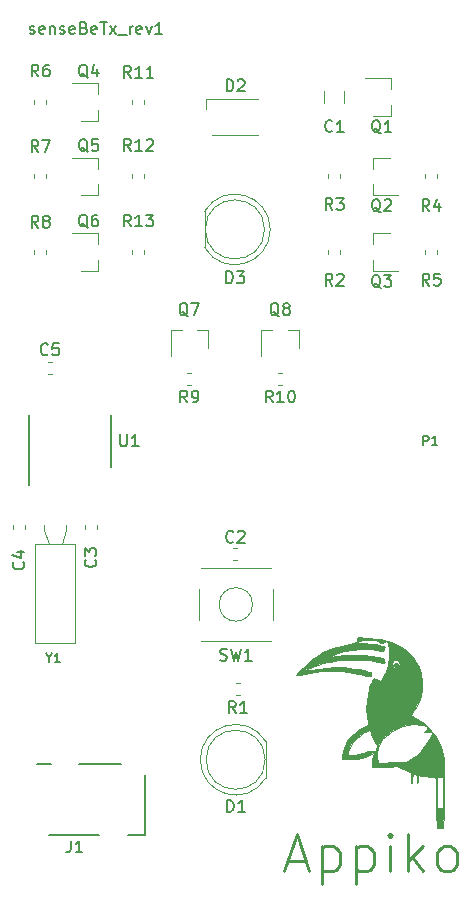
<source format=gto>
G04 #@! TF.GenerationSoftware,KiCad,Pcbnew,5.0.0-fee4fd1~66~ubuntu16.04.1*
G04 #@! TF.CreationDate,2018-10-04T18:13:22+05:30*
G04 #@! TF.ProjectId,senseBeTx_rev1,73656E7365426554785F726576312E6B,rev?*
G04 #@! TF.SameCoordinates,Original*
G04 #@! TF.FileFunction,Legend,Top*
G04 #@! TF.FilePolarity,Positive*
%FSLAX46Y46*%
G04 Gerber Fmt 4.6, Leading zero omitted, Abs format (unit mm)*
G04 Created by KiCad (PCBNEW 5.0.0-fee4fd1~66~ubuntu16.04.1) date Thu Oct  4 18:13:22 2018*
%MOMM*%
%LPD*%
G01*
G04 APERTURE LIST*
%ADD10C,0.150000*%
%ADD11C,0.120000*%
%ADD12C,0.010000*%
%ADD13C,0.127000*%
%ADD14C,0.250000*%
G04 APERTURE END LIST*
D10*
X15580952Y-122404761D02*
X15676190Y-122452380D01*
X15866666Y-122452380D01*
X15961904Y-122404761D01*
X16009523Y-122309523D01*
X16009523Y-122261904D01*
X15961904Y-122166666D01*
X15866666Y-122119047D01*
X15723809Y-122119047D01*
X15628571Y-122071428D01*
X15580952Y-121976190D01*
X15580952Y-121928571D01*
X15628571Y-121833333D01*
X15723809Y-121785714D01*
X15866666Y-121785714D01*
X15961904Y-121833333D01*
X16819047Y-122404761D02*
X16723809Y-122452380D01*
X16533333Y-122452380D01*
X16438095Y-122404761D01*
X16390476Y-122309523D01*
X16390476Y-121928571D01*
X16438095Y-121833333D01*
X16533333Y-121785714D01*
X16723809Y-121785714D01*
X16819047Y-121833333D01*
X16866666Y-121928571D01*
X16866666Y-122023809D01*
X16390476Y-122119047D01*
X17295238Y-121785714D02*
X17295238Y-122452380D01*
X17295238Y-121880952D02*
X17342857Y-121833333D01*
X17438095Y-121785714D01*
X17580952Y-121785714D01*
X17676190Y-121833333D01*
X17723809Y-121928571D01*
X17723809Y-122452380D01*
X18152380Y-122404761D02*
X18247619Y-122452380D01*
X18438095Y-122452380D01*
X18533333Y-122404761D01*
X18580952Y-122309523D01*
X18580952Y-122261904D01*
X18533333Y-122166666D01*
X18438095Y-122119047D01*
X18295238Y-122119047D01*
X18200000Y-122071428D01*
X18152380Y-121976190D01*
X18152380Y-121928571D01*
X18200000Y-121833333D01*
X18295238Y-121785714D01*
X18438095Y-121785714D01*
X18533333Y-121833333D01*
X19390476Y-122404761D02*
X19295238Y-122452380D01*
X19104761Y-122452380D01*
X19009523Y-122404761D01*
X18961904Y-122309523D01*
X18961904Y-121928571D01*
X19009523Y-121833333D01*
X19104761Y-121785714D01*
X19295238Y-121785714D01*
X19390476Y-121833333D01*
X19438095Y-121928571D01*
X19438095Y-122023809D01*
X18961904Y-122119047D01*
X20200000Y-121928571D02*
X20342857Y-121976190D01*
X20390476Y-122023809D01*
X20438095Y-122119047D01*
X20438095Y-122261904D01*
X20390476Y-122357142D01*
X20342857Y-122404761D01*
X20247619Y-122452380D01*
X19866666Y-122452380D01*
X19866666Y-121452380D01*
X20200000Y-121452380D01*
X20295238Y-121500000D01*
X20342857Y-121547619D01*
X20390476Y-121642857D01*
X20390476Y-121738095D01*
X20342857Y-121833333D01*
X20295238Y-121880952D01*
X20200000Y-121928571D01*
X19866666Y-121928571D01*
X21247619Y-122404761D02*
X21152380Y-122452380D01*
X20961904Y-122452380D01*
X20866666Y-122404761D01*
X20819047Y-122309523D01*
X20819047Y-121928571D01*
X20866666Y-121833333D01*
X20961904Y-121785714D01*
X21152380Y-121785714D01*
X21247619Y-121833333D01*
X21295238Y-121928571D01*
X21295238Y-122023809D01*
X20819047Y-122119047D01*
X21580952Y-121452380D02*
X22152380Y-121452380D01*
X21866666Y-122452380D02*
X21866666Y-121452380D01*
X22390476Y-122452380D02*
X22914285Y-121785714D01*
X22390476Y-121785714D02*
X22914285Y-122452380D01*
X23057142Y-122547619D02*
X23819047Y-122547619D01*
X24057142Y-122452380D02*
X24057142Y-121785714D01*
X24057142Y-121976190D02*
X24104761Y-121880952D01*
X24152380Y-121833333D01*
X24247619Y-121785714D01*
X24342857Y-121785714D01*
X25057142Y-122404761D02*
X24961904Y-122452380D01*
X24771428Y-122452380D01*
X24676190Y-122404761D01*
X24628571Y-122309523D01*
X24628571Y-121928571D01*
X24676190Y-121833333D01*
X24771428Y-121785714D01*
X24961904Y-121785714D01*
X25057142Y-121833333D01*
X25104761Y-121928571D01*
X25104761Y-122023809D01*
X24628571Y-122119047D01*
X25438095Y-121785714D02*
X25676190Y-122452380D01*
X25914285Y-121785714D01*
X26819047Y-122452380D02*
X26247619Y-122452380D01*
X26533333Y-122452380D02*
X26533333Y-121452380D01*
X26438095Y-121595238D01*
X26342857Y-121690476D01*
X26247619Y-121738095D01*
G04 #@! TO.C,U1*
X22450000Y-159125000D02*
X22450000Y-154675000D01*
X15550000Y-160650000D02*
X15550000Y-154675000D01*
D11*
G04 #@! TO.C,C1*
X40550000Y-127300000D02*
X40550000Y-128300000D01*
X42250000Y-128300000D02*
X42250000Y-127300000D01*
G04 #@! TO.C,C2*
X32828733Y-165990000D02*
X33171267Y-165990000D01*
X32828733Y-167010000D02*
X33171267Y-167010000D01*
G04 #@! TO.C,C3*
X21310000Y-164028733D02*
X21310000Y-164371267D01*
X20290000Y-164028733D02*
X20290000Y-164371267D01*
G04 #@! TO.C,C4*
X14190000Y-164028733D02*
X14190000Y-164371267D01*
X15210000Y-164028733D02*
X15210000Y-164371267D01*
G04 #@! TO.C,D1*
X30040000Y-183899538D02*
G75*
G03X35590000Y-185444830I2990000J-462D01*
G01*
X30040000Y-183900462D02*
G75*
G02X35590000Y-182355170I2990000J462D01*
G01*
X35530000Y-183900000D02*
G75*
G03X35530000Y-183900000I-2500000J0D01*
G01*
X35590000Y-185445000D02*
X35590000Y-182355000D01*
G04 #@! TO.C,D3*
X30410000Y-137455000D02*
X30410000Y-140545000D01*
X35470000Y-139000000D02*
G75*
G03X35470000Y-139000000I-2500000J0D01*
G01*
X35960000Y-139000462D02*
G75*
G03X30410000Y-137455170I-2990000J462D01*
G01*
X35960000Y-138999538D02*
G75*
G02X30410000Y-140544830I-2990000J-462D01*
G01*
D10*
G04 #@! TO.C,J1*
X16200000Y-184300000D02*
X17400000Y-184300000D01*
X19800000Y-184300000D02*
X23300000Y-184300000D01*
X17200000Y-190300000D02*
X21500000Y-190300000D01*
X25400000Y-190300000D02*
X25400000Y-185200000D01*
X23900000Y-190300000D02*
X25400000Y-190300000D01*
D11*
G04 #@! TO.C,Q1*
X46160000Y-129380000D02*
X44700000Y-129380000D01*
X46160000Y-126220000D02*
X44000000Y-126220000D01*
X46160000Y-126220000D02*
X46160000Y-127150000D01*
X46160000Y-129380000D02*
X46160000Y-128450000D01*
G04 #@! TO.C,Q2*
X44640000Y-132920000D02*
X44640000Y-133850000D01*
X44640000Y-136080000D02*
X44640000Y-135150000D01*
X44640000Y-136080000D02*
X46800000Y-136080000D01*
X44640000Y-132920000D02*
X46100000Y-132920000D01*
G04 #@! TO.C,Q3*
X44640000Y-139320000D02*
X46100000Y-139320000D01*
X44640000Y-142480000D02*
X46800000Y-142480000D01*
X44640000Y-142480000D02*
X44640000Y-141550000D01*
X44640000Y-139320000D02*
X44640000Y-140250000D01*
G04 #@! TO.C,Q4*
X21360000Y-129780000D02*
X21360000Y-128850000D01*
X21360000Y-126620000D02*
X21360000Y-127550000D01*
X21360000Y-126620000D02*
X19200000Y-126620000D01*
X21360000Y-129780000D02*
X19900000Y-129780000D01*
G04 #@! TO.C,Q5*
X21360000Y-136080000D02*
X19900000Y-136080000D01*
X21360000Y-132920000D02*
X19200000Y-132920000D01*
X21360000Y-132920000D02*
X21360000Y-133850000D01*
X21360000Y-136080000D02*
X21360000Y-135150000D01*
G04 #@! TO.C,Q6*
X21360000Y-142480000D02*
X21360000Y-141550000D01*
X21360000Y-139320000D02*
X21360000Y-140250000D01*
X21360000Y-139320000D02*
X19200000Y-139320000D01*
X21360000Y-142480000D02*
X19900000Y-142480000D01*
G04 #@! TO.C,Q7*
X30680000Y-147540000D02*
X30680000Y-149000000D01*
X27520000Y-147540000D02*
X27520000Y-149700000D01*
X27520000Y-147540000D02*
X28450000Y-147540000D01*
X30680000Y-147540000D02*
X29750000Y-147540000D01*
G04 #@! TO.C,Q8*
X38380000Y-147540000D02*
X37450000Y-147540000D01*
X35220000Y-147540000D02*
X36150000Y-147540000D01*
X35220000Y-147540000D02*
X35220000Y-149700000D01*
X38380000Y-147540000D02*
X38380000Y-149000000D01*
G04 #@! TO.C,R1*
X33371267Y-177390000D02*
X33028733Y-177390000D01*
X33371267Y-178410000D02*
X33028733Y-178410000D01*
G04 #@! TO.C,R2*
X40890000Y-141071267D02*
X40890000Y-140728733D01*
X41910000Y-141071267D02*
X41910000Y-140728733D01*
G04 #@! TO.C,R3*
X41910000Y-134671267D02*
X41910000Y-134328733D01*
X40890000Y-134671267D02*
X40890000Y-134328733D01*
G04 #@! TO.C,R4*
X49090000Y-134328733D02*
X49090000Y-134671267D01*
X50110000Y-134328733D02*
X50110000Y-134671267D01*
G04 #@! TO.C,R5*
X50110000Y-140728733D02*
X50110000Y-141071267D01*
X49090000Y-140728733D02*
X49090000Y-141071267D01*
G04 #@! TO.C,R6*
X17010000Y-128371267D02*
X17010000Y-128028733D01*
X15990000Y-128371267D02*
X15990000Y-128028733D01*
G04 #@! TO.C,R7*
X15990000Y-134671267D02*
X15990000Y-134328733D01*
X17010000Y-134671267D02*
X17010000Y-134328733D01*
G04 #@! TO.C,R8*
X15990000Y-141071267D02*
X15990000Y-140728733D01*
X17010000Y-141071267D02*
X17010000Y-140728733D01*
G04 #@! TO.C,R9*
X29271267Y-151190000D02*
X28928733Y-151190000D01*
X29271267Y-152210000D02*
X28928733Y-152210000D01*
G04 #@! TO.C,R10*
X36971267Y-152210000D02*
X36628733Y-152210000D01*
X36971267Y-151190000D02*
X36628733Y-151190000D01*
G04 #@! TO.C,R11*
X24290000Y-128371267D02*
X24290000Y-128028733D01*
X25310000Y-128371267D02*
X25310000Y-128028733D01*
G04 #@! TO.C,R12*
X25310000Y-134671267D02*
X25310000Y-134328733D01*
X24290000Y-134671267D02*
X24290000Y-134328733D01*
G04 #@! TO.C,R13*
X24290000Y-141071267D02*
X24290000Y-140728733D01*
X25310000Y-141071267D02*
X25310000Y-140728733D01*
G04 #@! TO.C,Y1*
X16050000Y-165600000D02*
X16050000Y-174000000D01*
X16050000Y-174000000D02*
X19450000Y-174000000D01*
X19450000Y-174000000D02*
X19450000Y-165600000D01*
X19450000Y-165600000D02*
X16050000Y-165600000D01*
X17205000Y-165600000D02*
X16800000Y-164450000D01*
X16800000Y-164450000D02*
X16800000Y-164000000D01*
X18295000Y-165600000D02*
X18700000Y-164450000D01*
X18700000Y-164450000D02*
X18700000Y-164000000D01*
G04 #@! TO.C,SW1*
X34464214Y-170750000D02*
G75*
G03X34464214Y-170750000I-1414214J0D01*
G01*
X36020000Y-167630000D02*
X30080000Y-167630000D01*
X36020000Y-173870000D02*
X30080000Y-173870000D01*
X36170000Y-169410000D02*
X36170000Y-172090000D01*
X29930000Y-172090000D02*
X29930000Y-169410000D01*
G04 #@! TO.C,C5*
X17128733Y-150190000D02*
X17471267Y-150190000D01*
X17128733Y-151210000D02*
X17471267Y-151210000D01*
D12*
G04 #@! TO.C,G\002A\002A\002A*
G36*
X46727118Y-175735471D02*
X46785553Y-175814417D01*
X46787600Y-175831832D01*
X46751391Y-175971698D01*
X46661695Y-176053216D01*
X46546907Y-176063760D01*
X46435420Y-175990708D01*
X46434023Y-175989037D01*
X46397946Y-175877505D01*
X46431659Y-175758785D01*
X46513813Y-175686675D01*
X46621477Y-175684905D01*
X46727118Y-175735471D01*
X46727118Y-175735471D01*
G37*
X46727118Y-175735471D02*
X46785553Y-175814417D01*
X46787600Y-175831832D01*
X46751391Y-175971698D01*
X46661695Y-176053216D01*
X46546907Y-176063760D01*
X46435420Y-175990708D01*
X46434023Y-175989037D01*
X46397946Y-175877505D01*
X46431659Y-175758785D01*
X46513813Y-175686675D01*
X46621477Y-175684905D01*
X46727118Y-175735471D01*
G36*
X43698149Y-173531476D02*
X43779924Y-173553429D01*
X43790400Y-173566472D01*
X43837736Y-173584269D01*
X43965920Y-173598708D01*
X44154212Y-173608104D01*
X44336500Y-173610859D01*
X44818577Y-173637586D01*
X45329595Y-173711731D01*
X45837283Y-173826037D01*
X46309371Y-173973250D01*
X46711056Y-174144821D01*
X47189684Y-174435620D01*
X47631581Y-174796441D01*
X48010806Y-175204722D01*
X48157158Y-175402400D01*
X48315997Y-175645608D01*
X48435307Y-175859073D01*
X48535095Y-176083512D01*
X48635372Y-176359646D01*
X48652480Y-176410393D01*
X48705310Y-176578763D01*
X48741713Y-176730367D01*
X48764661Y-176890904D01*
X48777129Y-177086076D01*
X48782089Y-177341584D01*
X48782698Y-177536000D01*
X48780824Y-177840565D01*
X48773227Y-178069240D01*
X48756945Y-178247693D01*
X48729014Y-178401597D01*
X48686474Y-178556623D01*
X48652982Y-178660026D01*
X48536330Y-178982949D01*
X48417496Y-179246262D01*
X48275395Y-179490179D01*
X48088946Y-179754918D01*
X48056154Y-179798509D01*
X47940806Y-179954417D01*
X47856031Y-180075782D01*
X47815158Y-180143237D01*
X47813811Y-180150639D01*
X47864373Y-180176034D01*
X47981523Y-180230699D01*
X48127545Y-180297201D01*
X48529547Y-180516928D01*
X48939140Y-180809693D01*
X49329821Y-181152826D01*
X49675081Y-181523658D01*
X49883047Y-181798589D01*
X50198446Y-182323750D01*
X50432004Y-182857928D01*
X50599489Y-183438333D01*
X50622161Y-183542527D01*
X50645512Y-183713030D01*
X50664916Y-183975950D01*
X50680292Y-184322178D01*
X50691559Y-184742603D01*
X50698637Y-185228117D01*
X50701443Y-185769611D01*
X50699897Y-186357974D01*
X50693919Y-186984097D01*
X50683426Y-187638872D01*
X50668338Y-188313188D01*
X50665555Y-188419900D01*
X50632131Y-189677200D01*
X50055068Y-189677200D01*
X50021644Y-188419900D01*
X50011699Y-188006328D01*
X50002921Y-187565810D01*
X49995780Y-187128112D01*
X49990742Y-186722999D01*
X49988278Y-186380237D01*
X49988110Y-186289412D01*
X49988000Y-185416225D01*
X49772100Y-185390003D01*
X49617406Y-185371268D01*
X49517515Y-185359200D01*
X50089600Y-185359200D01*
X50089600Y-187950000D01*
X50597600Y-187950000D01*
X50597600Y-185359200D01*
X50089600Y-185359200D01*
X49517515Y-185359200D01*
X49403146Y-185345383D01*
X49170626Y-185317339D01*
X49124400Y-185311770D01*
X48911313Y-185283969D01*
X48725688Y-185255938D01*
X48599545Y-185232627D01*
X48578300Y-185227354D01*
X48517355Y-185215762D01*
X48483137Y-185238203D01*
X48467949Y-185315128D01*
X48464096Y-185466982D01*
X48464000Y-185531075D01*
X48456936Y-185705954D01*
X48438170Y-185825949D01*
X48413200Y-185867200D01*
X48387047Y-185820275D01*
X48369008Y-185694776D01*
X48362400Y-185516569D01*
X48360495Y-185331715D01*
X48347976Y-185222531D01*
X48314635Y-185163087D01*
X48250265Y-185127452D01*
X48202419Y-185110169D01*
X48088794Y-185072228D01*
X48026454Y-185054563D01*
X48024619Y-185054400D01*
X48016343Y-185101190D01*
X48010111Y-185225531D01*
X48006978Y-185403380D01*
X48006800Y-185460800D01*
X48003210Y-185669320D01*
X47990188Y-185794461D01*
X47964350Y-185854262D01*
X47930600Y-185867200D01*
X47892411Y-185848701D01*
X47869080Y-185781382D01*
X47857459Y-185647511D01*
X47854400Y-185437843D01*
X47854400Y-185008487D01*
X47421926Y-184805823D01*
X47209981Y-184702328D01*
X47014955Y-184599791D01*
X46868447Y-184515088D01*
X46830501Y-184489976D01*
X46724235Y-184423088D01*
X46632893Y-184402373D01*
X46510705Y-184422217D01*
X46437475Y-184441769D01*
X46262387Y-184475492D01*
X46015371Y-184503924D01*
X45726027Y-184525605D01*
X45423955Y-184539071D01*
X45138754Y-184542860D01*
X44900024Y-184535511D01*
X44780710Y-184523611D01*
X44539210Y-184487396D01*
X44573065Y-184156946D01*
X44608361Y-183930528D01*
X44663297Y-183698301D01*
X44676945Y-183655850D01*
X45029540Y-183655850D01*
X45036720Y-183872959D01*
X45048535Y-184009695D01*
X45070827Y-184087275D01*
X45109440Y-184126918D01*
X45165138Y-184148344D01*
X45303185Y-184167343D01*
X45463820Y-184161924D01*
X45466800Y-184161535D01*
X45575005Y-184152250D01*
X45764325Y-184141232D01*
X46014314Y-184129460D01*
X46304521Y-184117913D01*
X46559000Y-184109272D01*
X46887942Y-184098228D01*
X47132897Y-184087036D01*
X47311451Y-184073231D01*
X47441188Y-184054350D01*
X47539697Y-184027931D01*
X47624561Y-183991510D01*
X47702000Y-183949185D01*
X48275347Y-183565975D01*
X48769673Y-183120068D01*
X49188991Y-182607315D01*
X49506526Y-182083412D01*
X49745136Y-181627024D01*
X49575992Y-181558006D01*
X49363226Y-181513359D01*
X49210067Y-181520455D01*
X49013284Y-181551922D01*
X49119642Y-181416710D01*
X49213595Y-181268045D01*
X49228823Y-181152451D01*
X49159943Y-181063920D01*
X49001571Y-180996447D01*
X48748326Y-180944022D01*
X48688163Y-180935143D01*
X48108188Y-180904150D01*
X47531013Y-180972558D01*
X46964932Y-181138317D01*
X46418234Y-181399377D01*
X46162503Y-181559723D01*
X45765208Y-181862019D01*
X45461690Y-182171558D01*
X45244358Y-182502386D01*
X45105616Y-182868555D01*
X45037871Y-183284112D01*
X45029540Y-183655850D01*
X44676945Y-183655850D01*
X44705455Y-183567176D01*
X44764995Y-183388725D01*
X44774345Y-183293916D01*
X44732659Y-183277572D01*
X44664263Y-183315901D01*
X44246293Y-183555185D01*
X43763567Y-183731774D01*
X43235034Y-183840561D01*
X42679641Y-183876437D01*
X42589919Y-183875079D01*
X42037800Y-183860600D01*
X42049568Y-183547496D01*
X42086428Y-183303947D01*
X42531379Y-183303947D01*
X42545253Y-183405794D01*
X42627545Y-183458690D01*
X42791572Y-183476988D01*
X42887105Y-183477815D01*
X43125264Y-183464651D01*
X43382097Y-183432992D01*
X43511000Y-183409170D01*
X43717382Y-183356594D01*
X43918487Y-183293739D01*
X44019000Y-183255664D01*
X44286008Y-183189435D01*
X44551068Y-183180791D01*
X44879936Y-183192563D01*
X44954651Y-182951977D01*
X44996385Y-182800154D01*
X45001186Y-182701950D01*
X44967767Y-182615846D01*
X44942969Y-182574796D01*
X44850547Y-182412672D01*
X44737021Y-182190578D01*
X44619015Y-181942877D01*
X44513150Y-181703935D01*
X44466650Y-181590051D01*
X44373274Y-181351503D01*
X44146746Y-181452923D01*
X44009049Y-181519691D01*
X43914521Y-181575024D01*
X43893408Y-181593224D01*
X43839240Y-181641505D01*
X43728331Y-181724440D01*
X43633433Y-181790697D01*
X43275985Y-182079668D01*
X42966623Y-182420566D01*
X42723278Y-182790602D01*
X42572609Y-183138795D01*
X42531379Y-183303947D01*
X42086428Y-183303947D01*
X42112355Y-183132637D01*
X42264882Y-182708539D01*
X42498981Y-182293102D01*
X42792390Y-181919582D01*
X43021114Y-181700213D01*
X43298070Y-181482323D01*
X43592446Y-181286974D01*
X43873431Y-181135230D01*
X44036092Y-181069359D01*
X44280710Y-180988110D01*
X44210442Y-180671755D01*
X44132051Y-180160058D01*
X44106500Y-179595822D01*
X44131522Y-179009518D01*
X44204853Y-178431615D01*
X44324224Y-177892581D01*
X44444301Y-177527770D01*
X44538116Y-177285218D01*
X44607920Y-177124480D01*
X44671247Y-177034651D01*
X44745631Y-177004827D01*
X44848607Y-177024105D01*
X44997710Y-177081580D01*
X45096876Y-177121973D01*
X45361952Y-177228437D01*
X45544354Y-176917214D01*
X45766672Y-176458565D01*
X45928886Y-175955765D01*
X45970393Y-175735391D01*
X46239998Y-175735391D01*
X46257430Y-175898818D01*
X46370969Y-176043894D01*
X46457400Y-176103042D01*
X46541406Y-176147537D01*
X46604275Y-176153738D01*
X46686389Y-176116598D01*
X46774900Y-176063356D01*
X46904531Y-175935661D01*
X46942237Y-175777604D01*
X46885502Y-175607075D01*
X46846720Y-175552460D01*
X46713556Y-175459794D01*
X46550217Y-175441379D01*
X46394941Y-175496345D01*
X46321393Y-175564390D01*
X46239998Y-175735391D01*
X45970393Y-175735391D01*
X46027361Y-175432933D01*
X46058460Y-174914190D01*
X46018546Y-174423656D01*
X45960374Y-174157800D01*
X45912527Y-174021238D01*
X45862901Y-173929866D01*
X45850273Y-173917277D01*
X45738240Y-173880386D01*
X45621569Y-173896155D01*
X45548874Y-173957716D01*
X45547961Y-173959988D01*
X45480240Y-174012865D01*
X45355389Y-174001025D01*
X45191292Y-173928270D01*
X45088898Y-173862322D01*
X45012093Y-173814567D01*
X44926382Y-173782804D01*
X44809942Y-173763885D01*
X44640951Y-173754662D01*
X44397586Y-173751989D01*
X44323800Y-173751974D01*
X44059757Y-173753868D01*
X43873907Y-173761397D01*
X43742860Y-173778218D01*
X43643226Y-173807984D01*
X43551617Y-173854350D01*
X43511000Y-173878974D01*
X43307800Y-174005400D01*
X43688800Y-174016637D01*
X43974137Y-174031905D01*
X44287883Y-174060084D01*
X44609830Y-174098130D01*
X44919772Y-174142998D01*
X45197502Y-174191643D01*
X45422815Y-174241023D01*
X45575505Y-174288093D01*
X45613341Y-174306579D01*
X45640125Y-174380218D01*
X45618516Y-174464398D01*
X45595474Y-174556598D01*
X45607757Y-174591144D01*
X45602198Y-174612664D01*
X45556312Y-174644126D01*
X45458655Y-174665601D01*
X45288662Y-174653012D01*
X45085588Y-174616569D01*
X44389120Y-174518443D01*
X43665588Y-174507535D01*
X42906667Y-174584137D01*
X42236351Y-174716176D01*
X41947675Y-174791881D01*
X41683671Y-174874509D01*
X41459445Y-174957921D01*
X41290103Y-175035973D01*
X41190752Y-175102525D01*
X41173998Y-175148074D01*
X41228804Y-175182409D01*
X41244219Y-175177619D01*
X41341482Y-175147779D01*
X41523054Y-175119820D01*
X41771647Y-175094594D01*
X42069976Y-175072949D01*
X42400753Y-175055737D01*
X42746693Y-175043808D01*
X43090508Y-175038011D01*
X43414912Y-175039196D01*
X43702620Y-175048215D01*
X43782527Y-175052790D01*
X44029630Y-175072953D01*
X44306988Y-175102239D01*
X44595662Y-175137862D01*
X44876710Y-175177034D01*
X45131191Y-175216969D01*
X45340165Y-175254880D01*
X45484691Y-175287979D01*
X45544746Y-175312093D01*
X45565106Y-175365329D01*
X45599704Y-175480427D01*
X45610713Y-175520039D01*
X45641213Y-175643807D01*
X45632411Y-175693931D01*
X45572066Y-175694698D01*
X45527127Y-175685881D01*
X45107633Y-175602290D01*
X44755632Y-175539387D01*
X44442861Y-175494351D01*
X44141054Y-175464361D01*
X43821948Y-175446595D01*
X43457281Y-175438233D01*
X43028400Y-175436441D01*
X42595068Y-175438999D01*
X42238893Y-175447271D01*
X41935488Y-175463623D01*
X41660464Y-175490423D01*
X41389434Y-175530038D01*
X41098010Y-175584833D01*
X40767800Y-175655839D01*
X40419206Y-175744248D01*
X40038890Y-175858213D01*
X39668100Y-175984382D01*
X39348083Y-176109402D01*
X39294600Y-176132738D01*
X38939000Y-176291400D01*
X39116800Y-176319455D01*
X39251249Y-176327765D01*
X39344049Y-176310875D01*
X39350074Y-176307196D01*
X39415687Y-176284875D01*
X39429845Y-176291179D01*
X39486643Y-176292194D01*
X39621307Y-176275984D01*
X39812140Y-176245561D01*
X39983971Y-176214292D01*
X40756182Y-176093036D01*
X41455915Y-176037898D01*
X42081190Y-176049014D01*
X42211052Y-176060622D01*
X42654817Y-176113650D01*
X43083749Y-176177893D01*
X43471450Y-176248855D01*
X43791525Y-176322039D01*
X43866600Y-176342653D01*
X44067813Y-176398925D01*
X44272297Y-176453512D01*
X44337146Y-176470072D01*
X44469164Y-176509381D01*
X44520232Y-176549081D01*
X44509635Y-176606156D01*
X44504033Y-176617052D01*
X44474130Y-176702498D01*
X44479214Y-176734681D01*
X44468589Y-176782439D01*
X44439327Y-176812728D01*
X44367948Y-176831083D01*
X44227979Y-176818062D01*
X44008137Y-176772262D01*
X43900233Y-176745700D01*
X42974942Y-176549310D01*
X42053501Y-176428064D01*
X41155716Y-176383820D01*
X40359892Y-176413367D01*
X39793245Y-176468314D01*
X39303359Y-176533799D01*
X38865620Y-176613591D01*
X38514203Y-176695985D01*
X38340064Y-176736172D01*
X38202254Y-176758998D01*
X38135070Y-176760023D01*
X38140802Y-176718728D01*
X38212007Y-176623125D01*
X38336679Y-176484629D01*
X38502814Y-176314655D01*
X38698405Y-176124619D01*
X38911447Y-175925937D01*
X39129934Y-175730024D01*
X39341862Y-175548296D01*
X39535225Y-175392168D01*
X39698016Y-175273055D01*
X39701000Y-175271047D01*
X40068323Y-175041473D01*
X40468759Y-174820561D01*
X40874996Y-174621587D01*
X41259722Y-174457829D01*
X41595623Y-174342565D01*
X41631400Y-174332611D01*
X42022570Y-174232188D01*
X42344328Y-174161832D01*
X42622492Y-174116191D01*
X42745070Y-174101802D01*
X43017061Y-174054597D01*
X43199879Y-173974415D01*
X43302316Y-173855203D01*
X43333200Y-173696912D01*
X43338290Y-173589927D01*
X43371993Y-173539265D01*
X43461956Y-173523869D01*
X43561800Y-173522800D01*
X43698149Y-173531476D01*
X43698149Y-173531476D01*
G37*
X43698149Y-173531476D02*
X43779924Y-173553429D01*
X43790400Y-173566472D01*
X43837736Y-173584269D01*
X43965920Y-173598708D01*
X44154212Y-173608104D01*
X44336500Y-173610859D01*
X44818577Y-173637586D01*
X45329595Y-173711731D01*
X45837283Y-173826037D01*
X46309371Y-173973250D01*
X46711056Y-174144821D01*
X47189684Y-174435620D01*
X47631581Y-174796441D01*
X48010806Y-175204722D01*
X48157158Y-175402400D01*
X48315997Y-175645608D01*
X48435307Y-175859073D01*
X48535095Y-176083512D01*
X48635372Y-176359646D01*
X48652480Y-176410393D01*
X48705310Y-176578763D01*
X48741713Y-176730367D01*
X48764661Y-176890904D01*
X48777129Y-177086076D01*
X48782089Y-177341584D01*
X48782698Y-177536000D01*
X48780824Y-177840565D01*
X48773227Y-178069240D01*
X48756945Y-178247693D01*
X48729014Y-178401597D01*
X48686474Y-178556623D01*
X48652982Y-178660026D01*
X48536330Y-178982949D01*
X48417496Y-179246262D01*
X48275395Y-179490179D01*
X48088946Y-179754918D01*
X48056154Y-179798509D01*
X47940806Y-179954417D01*
X47856031Y-180075782D01*
X47815158Y-180143237D01*
X47813811Y-180150639D01*
X47864373Y-180176034D01*
X47981523Y-180230699D01*
X48127545Y-180297201D01*
X48529547Y-180516928D01*
X48939140Y-180809693D01*
X49329821Y-181152826D01*
X49675081Y-181523658D01*
X49883047Y-181798589D01*
X50198446Y-182323750D01*
X50432004Y-182857928D01*
X50599489Y-183438333D01*
X50622161Y-183542527D01*
X50645512Y-183713030D01*
X50664916Y-183975950D01*
X50680292Y-184322178D01*
X50691559Y-184742603D01*
X50698637Y-185228117D01*
X50701443Y-185769611D01*
X50699897Y-186357974D01*
X50693919Y-186984097D01*
X50683426Y-187638872D01*
X50668338Y-188313188D01*
X50665555Y-188419900D01*
X50632131Y-189677200D01*
X50055068Y-189677200D01*
X50021644Y-188419900D01*
X50011699Y-188006328D01*
X50002921Y-187565810D01*
X49995780Y-187128112D01*
X49990742Y-186722999D01*
X49988278Y-186380237D01*
X49988110Y-186289412D01*
X49988000Y-185416225D01*
X49772100Y-185390003D01*
X49617406Y-185371268D01*
X49517515Y-185359200D01*
X50089600Y-185359200D01*
X50089600Y-187950000D01*
X50597600Y-187950000D01*
X50597600Y-185359200D01*
X50089600Y-185359200D01*
X49517515Y-185359200D01*
X49403146Y-185345383D01*
X49170626Y-185317339D01*
X49124400Y-185311770D01*
X48911313Y-185283969D01*
X48725688Y-185255938D01*
X48599545Y-185232627D01*
X48578300Y-185227354D01*
X48517355Y-185215762D01*
X48483137Y-185238203D01*
X48467949Y-185315128D01*
X48464096Y-185466982D01*
X48464000Y-185531075D01*
X48456936Y-185705954D01*
X48438170Y-185825949D01*
X48413200Y-185867200D01*
X48387047Y-185820275D01*
X48369008Y-185694776D01*
X48362400Y-185516569D01*
X48360495Y-185331715D01*
X48347976Y-185222531D01*
X48314635Y-185163087D01*
X48250265Y-185127452D01*
X48202419Y-185110169D01*
X48088794Y-185072228D01*
X48026454Y-185054563D01*
X48024619Y-185054400D01*
X48016343Y-185101190D01*
X48010111Y-185225531D01*
X48006978Y-185403380D01*
X48006800Y-185460800D01*
X48003210Y-185669320D01*
X47990188Y-185794461D01*
X47964350Y-185854262D01*
X47930600Y-185867200D01*
X47892411Y-185848701D01*
X47869080Y-185781382D01*
X47857459Y-185647511D01*
X47854400Y-185437843D01*
X47854400Y-185008487D01*
X47421926Y-184805823D01*
X47209981Y-184702328D01*
X47014955Y-184599791D01*
X46868447Y-184515088D01*
X46830501Y-184489976D01*
X46724235Y-184423088D01*
X46632893Y-184402373D01*
X46510705Y-184422217D01*
X46437475Y-184441769D01*
X46262387Y-184475492D01*
X46015371Y-184503924D01*
X45726027Y-184525605D01*
X45423955Y-184539071D01*
X45138754Y-184542860D01*
X44900024Y-184535511D01*
X44780710Y-184523611D01*
X44539210Y-184487396D01*
X44573065Y-184156946D01*
X44608361Y-183930528D01*
X44663297Y-183698301D01*
X44676945Y-183655850D01*
X45029540Y-183655850D01*
X45036720Y-183872959D01*
X45048535Y-184009695D01*
X45070827Y-184087275D01*
X45109440Y-184126918D01*
X45165138Y-184148344D01*
X45303185Y-184167343D01*
X45463820Y-184161924D01*
X45466800Y-184161535D01*
X45575005Y-184152250D01*
X45764325Y-184141232D01*
X46014314Y-184129460D01*
X46304521Y-184117913D01*
X46559000Y-184109272D01*
X46887942Y-184098228D01*
X47132897Y-184087036D01*
X47311451Y-184073231D01*
X47441188Y-184054350D01*
X47539697Y-184027931D01*
X47624561Y-183991510D01*
X47702000Y-183949185D01*
X48275347Y-183565975D01*
X48769673Y-183120068D01*
X49188991Y-182607315D01*
X49506526Y-182083412D01*
X49745136Y-181627024D01*
X49575992Y-181558006D01*
X49363226Y-181513359D01*
X49210067Y-181520455D01*
X49013284Y-181551922D01*
X49119642Y-181416710D01*
X49213595Y-181268045D01*
X49228823Y-181152451D01*
X49159943Y-181063920D01*
X49001571Y-180996447D01*
X48748326Y-180944022D01*
X48688163Y-180935143D01*
X48108188Y-180904150D01*
X47531013Y-180972558D01*
X46964932Y-181138317D01*
X46418234Y-181399377D01*
X46162503Y-181559723D01*
X45765208Y-181862019D01*
X45461690Y-182171558D01*
X45244358Y-182502386D01*
X45105616Y-182868555D01*
X45037871Y-183284112D01*
X45029540Y-183655850D01*
X44676945Y-183655850D01*
X44705455Y-183567176D01*
X44764995Y-183388725D01*
X44774345Y-183293916D01*
X44732659Y-183277572D01*
X44664263Y-183315901D01*
X44246293Y-183555185D01*
X43763567Y-183731774D01*
X43235034Y-183840561D01*
X42679641Y-183876437D01*
X42589919Y-183875079D01*
X42037800Y-183860600D01*
X42049568Y-183547496D01*
X42086428Y-183303947D01*
X42531379Y-183303947D01*
X42545253Y-183405794D01*
X42627545Y-183458690D01*
X42791572Y-183476988D01*
X42887105Y-183477815D01*
X43125264Y-183464651D01*
X43382097Y-183432992D01*
X43511000Y-183409170D01*
X43717382Y-183356594D01*
X43918487Y-183293739D01*
X44019000Y-183255664D01*
X44286008Y-183189435D01*
X44551068Y-183180791D01*
X44879936Y-183192563D01*
X44954651Y-182951977D01*
X44996385Y-182800154D01*
X45001186Y-182701950D01*
X44967767Y-182615846D01*
X44942969Y-182574796D01*
X44850547Y-182412672D01*
X44737021Y-182190578D01*
X44619015Y-181942877D01*
X44513150Y-181703935D01*
X44466650Y-181590051D01*
X44373274Y-181351503D01*
X44146746Y-181452923D01*
X44009049Y-181519691D01*
X43914521Y-181575024D01*
X43893408Y-181593224D01*
X43839240Y-181641505D01*
X43728331Y-181724440D01*
X43633433Y-181790697D01*
X43275985Y-182079668D01*
X42966623Y-182420566D01*
X42723278Y-182790602D01*
X42572609Y-183138795D01*
X42531379Y-183303947D01*
X42086428Y-183303947D01*
X42112355Y-183132637D01*
X42264882Y-182708539D01*
X42498981Y-182293102D01*
X42792390Y-181919582D01*
X43021114Y-181700213D01*
X43298070Y-181482323D01*
X43592446Y-181286974D01*
X43873431Y-181135230D01*
X44036092Y-181069359D01*
X44280710Y-180988110D01*
X44210442Y-180671755D01*
X44132051Y-180160058D01*
X44106500Y-179595822D01*
X44131522Y-179009518D01*
X44204853Y-178431615D01*
X44324224Y-177892581D01*
X44444301Y-177527770D01*
X44538116Y-177285218D01*
X44607920Y-177124480D01*
X44671247Y-177034651D01*
X44745631Y-177004827D01*
X44848607Y-177024105D01*
X44997710Y-177081580D01*
X45096876Y-177121973D01*
X45361952Y-177228437D01*
X45544354Y-176917214D01*
X45766672Y-176458565D01*
X45928886Y-175955765D01*
X45970393Y-175735391D01*
X46239998Y-175735391D01*
X46257430Y-175898818D01*
X46370969Y-176043894D01*
X46457400Y-176103042D01*
X46541406Y-176147537D01*
X46604275Y-176153738D01*
X46686389Y-176116598D01*
X46774900Y-176063356D01*
X46904531Y-175935661D01*
X46942237Y-175777604D01*
X46885502Y-175607075D01*
X46846720Y-175552460D01*
X46713556Y-175459794D01*
X46550217Y-175441379D01*
X46394941Y-175496345D01*
X46321393Y-175564390D01*
X46239998Y-175735391D01*
X45970393Y-175735391D01*
X46027361Y-175432933D01*
X46058460Y-174914190D01*
X46018546Y-174423656D01*
X45960374Y-174157800D01*
X45912527Y-174021238D01*
X45862901Y-173929866D01*
X45850273Y-173917277D01*
X45738240Y-173880386D01*
X45621569Y-173896155D01*
X45548874Y-173957716D01*
X45547961Y-173959988D01*
X45480240Y-174012865D01*
X45355389Y-174001025D01*
X45191292Y-173928270D01*
X45088898Y-173862322D01*
X45012093Y-173814567D01*
X44926382Y-173782804D01*
X44809942Y-173763885D01*
X44640951Y-173754662D01*
X44397586Y-173751989D01*
X44323800Y-173751974D01*
X44059757Y-173753868D01*
X43873907Y-173761397D01*
X43742860Y-173778218D01*
X43643226Y-173807984D01*
X43551617Y-173854350D01*
X43511000Y-173878974D01*
X43307800Y-174005400D01*
X43688800Y-174016637D01*
X43974137Y-174031905D01*
X44287883Y-174060084D01*
X44609830Y-174098130D01*
X44919772Y-174142998D01*
X45197502Y-174191643D01*
X45422815Y-174241023D01*
X45575505Y-174288093D01*
X45613341Y-174306579D01*
X45640125Y-174380218D01*
X45618516Y-174464398D01*
X45595474Y-174556598D01*
X45607757Y-174591144D01*
X45602198Y-174612664D01*
X45556312Y-174644126D01*
X45458655Y-174665601D01*
X45288662Y-174653012D01*
X45085588Y-174616569D01*
X44389120Y-174518443D01*
X43665588Y-174507535D01*
X42906667Y-174584137D01*
X42236351Y-174716176D01*
X41947675Y-174791881D01*
X41683671Y-174874509D01*
X41459445Y-174957921D01*
X41290103Y-175035973D01*
X41190752Y-175102525D01*
X41173998Y-175148074D01*
X41228804Y-175182409D01*
X41244219Y-175177619D01*
X41341482Y-175147779D01*
X41523054Y-175119820D01*
X41771647Y-175094594D01*
X42069976Y-175072949D01*
X42400753Y-175055737D01*
X42746693Y-175043808D01*
X43090508Y-175038011D01*
X43414912Y-175039196D01*
X43702620Y-175048215D01*
X43782527Y-175052790D01*
X44029630Y-175072953D01*
X44306988Y-175102239D01*
X44595662Y-175137862D01*
X44876710Y-175177034D01*
X45131191Y-175216969D01*
X45340165Y-175254880D01*
X45484691Y-175287979D01*
X45544746Y-175312093D01*
X45565106Y-175365329D01*
X45599704Y-175480427D01*
X45610713Y-175520039D01*
X45641213Y-175643807D01*
X45632411Y-175693931D01*
X45572066Y-175694698D01*
X45527127Y-175685881D01*
X45107633Y-175602290D01*
X44755632Y-175539387D01*
X44442861Y-175494351D01*
X44141054Y-175464361D01*
X43821948Y-175446595D01*
X43457281Y-175438233D01*
X43028400Y-175436441D01*
X42595068Y-175438999D01*
X42238893Y-175447271D01*
X41935488Y-175463623D01*
X41660464Y-175490423D01*
X41389434Y-175530038D01*
X41098010Y-175584833D01*
X40767800Y-175655839D01*
X40419206Y-175744248D01*
X40038890Y-175858213D01*
X39668100Y-175984382D01*
X39348083Y-176109402D01*
X39294600Y-176132738D01*
X38939000Y-176291400D01*
X39116800Y-176319455D01*
X39251249Y-176327765D01*
X39344049Y-176310875D01*
X39350074Y-176307196D01*
X39415687Y-176284875D01*
X39429845Y-176291179D01*
X39486643Y-176292194D01*
X39621307Y-176275984D01*
X39812140Y-176245561D01*
X39983971Y-176214292D01*
X40756182Y-176093036D01*
X41455915Y-176037898D01*
X42081190Y-176049014D01*
X42211052Y-176060622D01*
X42654817Y-176113650D01*
X43083749Y-176177893D01*
X43471450Y-176248855D01*
X43791525Y-176322039D01*
X43866600Y-176342653D01*
X44067813Y-176398925D01*
X44272297Y-176453512D01*
X44337146Y-176470072D01*
X44469164Y-176509381D01*
X44520232Y-176549081D01*
X44509635Y-176606156D01*
X44504033Y-176617052D01*
X44474130Y-176702498D01*
X44479214Y-176734681D01*
X44468589Y-176782439D01*
X44439327Y-176812728D01*
X44367948Y-176831083D01*
X44227979Y-176818062D01*
X44008137Y-176772262D01*
X43900233Y-176745700D01*
X42974942Y-176549310D01*
X42053501Y-176428064D01*
X41155716Y-176383820D01*
X40359892Y-176413367D01*
X39793245Y-176468314D01*
X39303359Y-176533799D01*
X38865620Y-176613591D01*
X38514203Y-176695985D01*
X38340064Y-176736172D01*
X38202254Y-176758998D01*
X38135070Y-176760023D01*
X38140802Y-176718728D01*
X38212007Y-176623125D01*
X38336679Y-176484629D01*
X38502814Y-176314655D01*
X38698405Y-176124619D01*
X38911447Y-175925937D01*
X39129934Y-175730024D01*
X39341862Y-175548296D01*
X39535225Y-175392168D01*
X39698016Y-175273055D01*
X39701000Y-175271047D01*
X40068323Y-175041473D01*
X40468759Y-174820561D01*
X40874996Y-174621587D01*
X41259722Y-174457829D01*
X41595623Y-174342565D01*
X41631400Y-174332611D01*
X42022570Y-174232188D01*
X42344328Y-174161832D01*
X42622492Y-174116191D01*
X42745070Y-174101802D01*
X43017061Y-174054597D01*
X43199879Y-173974415D01*
X43302316Y-173855203D01*
X43333200Y-173696912D01*
X43338290Y-173589927D01*
X43371993Y-173539265D01*
X43461956Y-173523869D01*
X43561800Y-173522800D01*
X43698149Y-173531476D01*
D11*
G04 #@! TO.C,D2*
X30500000Y-128800000D02*
X30500000Y-128000000D01*
X30499956Y-128000000D02*
X34950000Y-128000000D01*
X31050000Y-131000000D02*
X34950000Y-131000000D01*
G04 #@! TO.C,U1*
D10*
X23238095Y-156352380D02*
X23238095Y-157161904D01*
X23285714Y-157257142D01*
X23333333Y-157304761D01*
X23428571Y-157352380D01*
X23619047Y-157352380D01*
X23714285Y-157304761D01*
X23761904Y-157257142D01*
X23809523Y-157161904D01*
X23809523Y-156352380D01*
X24809523Y-157352380D02*
X24238095Y-157352380D01*
X24523809Y-157352380D02*
X24523809Y-156352380D01*
X24428571Y-156495238D01*
X24333333Y-156590476D01*
X24238095Y-156638095D01*
G04 #@! TO.C,C1*
X41233333Y-130657142D02*
X41185714Y-130704761D01*
X41042857Y-130752380D01*
X40947619Y-130752380D01*
X40804761Y-130704761D01*
X40709523Y-130609523D01*
X40661904Y-130514285D01*
X40614285Y-130323809D01*
X40614285Y-130180952D01*
X40661904Y-129990476D01*
X40709523Y-129895238D01*
X40804761Y-129800000D01*
X40947619Y-129752380D01*
X41042857Y-129752380D01*
X41185714Y-129800000D01*
X41233333Y-129847619D01*
X42185714Y-130752380D02*
X41614285Y-130752380D01*
X41900000Y-130752380D02*
X41900000Y-129752380D01*
X41804761Y-129895238D01*
X41709523Y-129990476D01*
X41614285Y-130038095D01*
G04 #@! TO.C,C2*
X32833333Y-165427142D02*
X32785714Y-165474761D01*
X32642857Y-165522380D01*
X32547619Y-165522380D01*
X32404761Y-165474761D01*
X32309523Y-165379523D01*
X32261904Y-165284285D01*
X32214285Y-165093809D01*
X32214285Y-164950952D01*
X32261904Y-164760476D01*
X32309523Y-164665238D01*
X32404761Y-164570000D01*
X32547619Y-164522380D01*
X32642857Y-164522380D01*
X32785714Y-164570000D01*
X32833333Y-164617619D01*
X33214285Y-164617619D02*
X33261904Y-164570000D01*
X33357142Y-164522380D01*
X33595238Y-164522380D01*
X33690476Y-164570000D01*
X33738095Y-164617619D01*
X33785714Y-164712857D01*
X33785714Y-164808095D01*
X33738095Y-164950952D01*
X33166666Y-165522380D01*
X33785714Y-165522380D01*
G04 #@! TO.C,C3*
X21157142Y-166966666D02*
X21204761Y-167014285D01*
X21252380Y-167157142D01*
X21252380Y-167252380D01*
X21204761Y-167395238D01*
X21109523Y-167490476D01*
X21014285Y-167538095D01*
X20823809Y-167585714D01*
X20680952Y-167585714D01*
X20490476Y-167538095D01*
X20395238Y-167490476D01*
X20300000Y-167395238D01*
X20252380Y-167252380D01*
X20252380Y-167157142D01*
X20300000Y-167014285D01*
X20347619Y-166966666D01*
X20252380Y-166633333D02*
X20252380Y-166014285D01*
X20633333Y-166347619D01*
X20633333Y-166204761D01*
X20680952Y-166109523D01*
X20728571Y-166061904D01*
X20823809Y-166014285D01*
X21061904Y-166014285D01*
X21157142Y-166061904D01*
X21204761Y-166109523D01*
X21252380Y-166204761D01*
X21252380Y-166490476D01*
X21204761Y-166585714D01*
X21157142Y-166633333D01*
G04 #@! TO.C,C4*
X15057142Y-167166666D02*
X15104761Y-167214285D01*
X15152380Y-167357142D01*
X15152380Y-167452380D01*
X15104761Y-167595238D01*
X15009523Y-167690476D01*
X14914285Y-167738095D01*
X14723809Y-167785714D01*
X14580952Y-167785714D01*
X14390476Y-167738095D01*
X14295238Y-167690476D01*
X14200000Y-167595238D01*
X14152380Y-167452380D01*
X14152380Y-167357142D01*
X14200000Y-167214285D01*
X14247619Y-167166666D01*
X14485714Y-166309523D02*
X15152380Y-166309523D01*
X14104761Y-166547619D02*
X14819047Y-166785714D01*
X14819047Y-166166666D01*
G04 #@! TO.C,D1*
X32291904Y-188312380D02*
X32291904Y-187312380D01*
X32530000Y-187312380D01*
X32672857Y-187360000D01*
X32768095Y-187455238D01*
X32815714Y-187550476D01*
X32863333Y-187740952D01*
X32863333Y-187883809D01*
X32815714Y-188074285D01*
X32768095Y-188169523D01*
X32672857Y-188264761D01*
X32530000Y-188312380D01*
X32291904Y-188312380D01*
X33815714Y-188312380D02*
X33244285Y-188312380D01*
X33530000Y-188312380D02*
X33530000Y-187312380D01*
X33434761Y-187455238D01*
X33339523Y-187550476D01*
X33244285Y-187598095D01*
G04 #@! TO.C,D3*
X32231904Y-143552380D02*
X32231904Y-142552380D01*
X32470000Y-142552380D01*
X32612857Y-142600000D01*
X32708095Y-142695238D01*
X32755714Y-142790476D01*
X32803333Y-142980952D01*
X32803333Y-143123809D01*
X32755714Y-143314285D01*
X32708095Y-143409523D01*
X32612857Y-143504761D01*
X32470000Y-143552380D01*
X32231904Y-143552380D01*
X33136666Y-142552380D02*
X33755714Y-142552380D01*
X33422380Y-142933333D01*
X33565238Y-142933333D01*
X33660476Y-142980952D01*
X33708095Y-143028571D01*
X33755714Y-143123809D01*
X33755714Y-143361904D01*
X33708095Y-143457142D01*
X33660476Y-143504761D01*
X33565238Y-143552380D01*
X33279523Y-143552380D01*
X33184285Y-143504761D01*
X33136666Y-143457142D01*
G04 #@! TO.C,J1*
X19066666Y-190752380D02*
X19066666Y-191466666D01*
X19019047Y-191609523D01*
X18923809Y-191704761D01*
X18780952Y-191752380D01*
X18685714Y-191752380D01*
X20066666Y-191752380D02*
X19495238Y-191752380D01*
X19780952Y-191752380D02*
X19780952Y-190752380D01*
X19685714Y-190895238D01*
X19590476Y-190990476D01*
X19495238Y-191038095D01*
G04 #@! TO.C,*
G04 #@! TO.C,P1*
D13*
X48937571Y-157244714D02*
X48937571Y-156482714D01*
X49227857Y-156482714D01*
X49300428Y-156519000D01*
X49336714Y-156555285D01*
X49373000Y-156627857D01*
X49373000Y-156736714D01*
X49336714Y-156809285D01*
X49300428Y-156845571D01*
X49227857Y-156881857D01*
X48937571Y-156881857D01*
X50098714Y-157244714D02*
X49663285Y-157244714D01*
X49881000Y-157244714D02*
X49881000Y-156482714D01*
X49808428Y-156591571D01*
X49735857Y-156664142D01*
X49663285Y-156700428D01*
G04 #@! TO.C,Q1*
D10*
X45304761Y-130847619D02*
X45209523Y-130800000D01*
X45114285Y-130704761D01*
X44971428Y-130561904D01*
X44876190Y-130514285D01*
X44780952Y-130514285D01*
X44828571Y-130752380D02*
X44733333Y-130704761D01*
X44638095Y-130609523D01*
X44590476Y-130419047D01*
X44590476Y-130085714D01*
X44638095Y-129895238D01*
X44733333Y-129800000D01*
X44828571Y-129752380D01*
X45019047Y-129752380D01*
X45114285Y-129800000D01*
X45209523Y-129895238D01*
X45257142Y-130085714D01*
X45257142Y-130419047D01*
X45209523Y-130609523D01*
X45114285Y-130704761D01*
X45019047Y-130752380D01*
X44828571Y-130752380D01*
X46209523Y-130752380D02*
X45638095Y-130752380D01*
X45923809Y-130752380D02*
X45923809Y-129752380D01*
X45828571Y-129895238D01*
X45733333Y-129990476D01*
X45638095Y-130038095D01*
G04 #@! TO.C,Q2*
X45304761Y-137547619D02*
X45209523Y-137500000D01*
X45114285Y-137404761D01*
X44971428Y-137261904D01*
X44876190Y-137214285D01*
X44780952Y-137214285D01*
X44828571Y-137452380D02*
X44733333Y-137404761D01*
X44638095Y-137309523D01*
X44590476Y-137119047D01*
X44590476Y-136785714D01*
X44638095Y-136595238D01*
X44733333Y-136500000D01*
X44828571Y-136452380D01*
X45019047Y-136452380D01*
X45114285Y-136500000D01*
X45209523Y-136595238D01*
X45257142Y-136785714D01*
X45257142Y-137119047D01*
X45209523Y-137309523D01*
X45114285Y-137404761D01*
X45019047Y-137452380D01*
X44828571Y-137452380D01*
X45638095Y-136547619D02*
X45685714Y-136500000D01*
X45780952Y-136452380D01*
X46019047Y-136452380D01*
X46114285Y-136500000D01*
X46161904Y-136547619D01*
X46209523Y-136642857D01*
X46209523Y-136738095D01*
X46161904Y-136880952D01*
X45590476Y-137452380D01*
X46209523Y-137452380D01*
G04 #@! TO.C,Q3*
X45304761Y-143947619D02*
X45209523Y-143900000D01*
X45114285Y-143804761D01*
X44971428Y-143661904D01*
X44876190Y-143614285D01*
X44780952Y-143614285D01*
X44828571Y-143852380D02*
X44733333Y-143804761D01*
X44638095Y-143709523D01*
X44590476Y-143519047D01*
X44590476Y-143185714D01*
X44638095Y-142995238D01*
X44733333Y-142900000D01*
X44828571Y-142852380D01*
X45019047Y-142852380D01*
X45114285Y-142900000D01*
X45209523Y-142995238D01*
X45257142Y-143185714D01*
X45257142Y-143519047D01*
X45209523Y-143709523D01*
X45114285Y-143804761D01*
X45019047Y-143852380D01*
X44828571Y-143852380D01*
X45590476Y-142852380D02*
X46209523Y-142852380D01*
X45876190Y-143233333D01*
X46019047Y-143233333D01*
X46114285Y-143280952D01*
X46161904Y-143328571D01*
X46209523Y-143423809D01*
X46209523Y-143661904D01*
X46161904Y-143757142D01*
X46114285Y-143804761D01*
X46019047Y-143852380D01*
X45733333Y-143852380D01*
X45638095Y-143804761D01*
X45590476Y-143757142D01*
G04 #@! TO.C,Q4*
X20504761Y-126147619D02*
X20409523Y-126100000D01*
X20314285Y-126004761D01*
X20171428Y-125861904D01*
X20076190Y-125814285D01*
X19980952Y-125814285D01*
X20028571Y-126052380D02*
X19933333Y-126004761D01*
X19838095Y-125909523D01*
X19790476Y-125719047D01*
X19790476Y-125385714D01*
X19838095Y-125195238D01*
X19933333Y-125100000D01*
X20028571Y-125052380D01*
X20219047Y-125052380D01*
X20314285Y-125100000D01*
X20409523Y-125195238D01*
X20457142Y-125385714D01*
X20457142Y-125719047D01*
X20409523Y-125909523D01*
X20314285Y-126004761D01*
X20219047Y-126052380D01*
X20028571Y-126052380D01*
X21314285Y-125385714D02*
X21314285Y-126052380D01*
X21076190Y-125004761D02*
X20838095Y-125719047D01*
X21457142Y-125719047D01*
G04 #@! TO.C,Q5*
X20504761Y-132447619D02*
X20409523Y-132400000D01*
X20314285Y-132304761D01*
X20171428Y-132161904D01*
X20076190Y-132114285D01*
X19980952Y-132114285D01*
X20028571Y-132352380D02*
X19933333Y-132304761D01*
X19838095Y-132209523D01*
X19790476Y-132019047D01*
X19790476Y-131685714D01*
X19838095Y-131495238D01*
X19933333Y-131400000D01*
X20028571Y-131352380D01*
X20219047Y-131352380D01*
X20314285Y-131400000D01*
X20409523Y-131495238D01*
X20457142Y-131685714D01*
X20457142Y-132019047D01*
X20409523Y-132209523D01*
X20314285Y-132304761D01*
X20219047Y-132352380D01*
X20028571Y-132352380D01*
X21361904Y-131352380D02*
X20885714Y-131352380D01*
X20838095Y-131828571D01*
X20885714Y-131780952D01*
X20980952Y-131733333D01*
X21219047Y-131733333D01*
X21314285Y-131780952D01*
X21361904Y-131828571D01*
X21409523Y-131923809D01*
X21409523Y-132161904D01*
X21361904Y-132257142D01*
X21314285Y-132304761D01*
X21219047Y-132352380D01*
X20980952Y-132352380D01*
X20885714Y-132304761D01*
X20838095Y-132257142D01*
G04 #@! TO.C,Q6*
X20504761Y-138847619D02*
X20409523Y-138800000D01*
X20314285Y-138704761D01*
X20171428Y-138561904D01*
X20076190Y-138514285D01*
X19980952Y-138514285D01*
X20028571Y-138752380D02*
X19933333Y-138704761D01*
X19838095Y-138609523D01*
X19790476Y-138419047D01*
X19790476Y-138085714D01*
X19838095Y-137895238D01*
X19933333Y-137800000D01*
X20028571Y-137752380D01*
X20219047Y-137752380D01*
X20314285Y-137800000D01*
X20409523Y-137895238D01*
X20457142Y-138085714D01*
X20457142Y-138419047D01*
X20409523Y-138609523D01*
X20314285Y-138704761D01*
X20219047Y-138752380D01*
X20028571Y-138752380D01*
X21314285Y-137752380D02*
X21123809Y-137752380D01*
X21028571Y-137800000D01*
X20980952Y-137847619D01*
X20885714Y-137990476D01*
X20838095Y-138180952D01*
X20838095Y-138561904D01*
X20885714Y-138657142D01*
X20933333Y-138704761D01*
X21028571Y-138752380D01*
X21219047Y-138752380D01*
X21314285Y-138704761D01*
X21361904Y-138657142D01*
X21409523Y-138561904D01*
X21409523Y-138323809D01*
X21361904Y-138228571D01*
X21314285Y-138180952D01*
X21219047Y-138133333D01*
X21028571Y-138133333D01*
X20933333Y-138180952D01*
X20885714Y-138228571D01*
X20838095Y-138323809D01*
G04 #@! TO.C,Q7*
X29004761Y-146347619D02*
X28909523Y-146300000D01*
X28814285Y-146204761D01*
X28671428Y-146061904D01*
X28576190Y-146014285D01*
X28480952Y-146014285D01*
X28528571Y-146252380D02*
X28433333Y-146204761D01*
X28338095Y-146109523D01*
X28290476Y-145919047D01*
X28290476Y-145585714D01*
X28338095Y-145395238D01*
X28433333Y-145300000D01*
X28528571Y-145252380D01*
X28719047Y-145252380D01*
X28814285Y-145300000D01*
X28909523Y-145395238D01*
X28957142Y-145585714D01*
X28957142Y-145919047D01*
X28909523Y-146109523D01*
X28814285Y-146204761D01*
X28719047Y-146252380D01*
X28528571Y-146252380D01*
X29290476Y-145252380D02*
X29957142Y-145252380D01*
X29528571Y-146252380D01*
G04 #@! TO.C,Q8*
X36704761Y-146347619D02*
X36609523Y-146300000D01*
X36514285Y-146204761D01*
X36371428Y-146061904D01*
X36276190Y-146014285D01*
X36180952Y-146014285D01*
X36228571Y-146252380D02*
X36133333Y-146204761D01*
X36038095Y-146109523D01*
X35990476Y-145919047D01*
X35990476Y-145585714D01*
X36038095Y-145395238D01*
X36133333Y-145300000D01*
X36228571Y-145252380D01*
X36419047Y-145252380D01*
X36514285Y-145300000D01*
X36609523Y-145395238D01*
X36657142Y-145585714D01*
X36657142Y-145919047D01*
X36609523Y-146109523D01*
X36514285Y-146204761D01*
X36419047Y-146252380D01*
X36228571Y-146252380D01*
X37228571Y-145680952D02*
X37133333Y-145633333D01*
X37085714Y-145585714D01*
X37038095Y-145490476D01*
X37038095Y-145442857D01*
X37085714Y-145347619D01*
X37133333Y-145300000D01*
X37228571Y-145252380D01*
X37419047Y-145252380D01*
X37514285Y-145300000D01*
X37561904Y-145347619D01*
X37609523Y-145442857D01*
X37609523Y-145490476D01*
X37561904Y-145585714D01*
X37514285Y-145633333D01*
X37419047Y-145680952D01*
X37228571Y-145680952D01*
X37133333Y-145728571D01*
X37085714Y-145776190D01*
X37038095Y-145871428D01*
X37038095Y-146061904D01*
X37085714Y-146157142D01*
X37133333Y-146204761D01*
X37228571Y-146252380D01*
X37419047Y-146252380D01*
X37514285Y-146204761D01*
X37561904Y-146157142D01*
X37609523Y-146061904D01*
X37609523Y-145871428D01*
X37561904Y-145776190D01*
X37514285Y-145728571D01*
X37419047Y-145680952D01*
G04 #@! TO.C,R1*
X33033333Y-179952380D02*
X32700000Y-179476190D01*
X32461904Y-179952380D02*
X32461904Y-178952380D01*
X32842857Y-178952380D01*
X32938095Y-179000000D01*
X32985714Y-179047619D01*
X33033333Y-179142857D01*
X33033333Y-179285714D01*
X32985714Y-179380952D01*
X32938095Y-179428571D01*
X32842857Y-179476190D01*
X32461904Y-179476190D01*
X33985714Y-179952380D02*
X33414285Y-179952380D01*
X33700000Y-179952380D02*
X33700000Y-178952380D01*
X33604761Y-179095238D01*
X33509523Y-179190476D01*
X33414285Y-179238095D01*
G04 #@! TO.C,R2*
X41233333Y-143752380D02*
X40900000Y-143276190D01*
X40661904Y-143752380D02*
X40661904Y-142752380D01*
X41042857Y-142752380D01*
X41138095Y-142800000D01*
X41185714Y-142847619D01*
X41233333Y-142942857D01*
X41233333Y-143085714D01*
X41185714Y-143180952D01*
X41138095Y-143228571D01*
X41042857Y-143276190D01*
X40661904Y-143276190D01*
X41614285Y-142847619D02*
X41661904Y-142800000D01*
X41757142Y-142752380D01*
X41995238Y-142752380D01*
X42090476Y-142800000D01*
X42138095Y-142847619D01*
X42185714Y-142942857D01*
X42185714Y-143038095D01*
X42138095Y-143180952D01*
X41566666Y-143752380D01*
X42185714Y-143752380D01*
G04 #@! TO.C,R3*
X41233333Y-137352380D02*
X40900000Y-136876190D01*
X40661904Y-137352380D02*
X40661904Y-136352380D01*
X41042857Y-136352380D01*
X41138095Y-136400000D01*
X41185714Y-136447619D01*
X41233333Y-136542857D01*
X41233333Y-136685714D01*
X41185714Y-136780952D01*
X41138095Y-136828571D01*
X41042857Y-136876190D01*
X40661904Y-136876190D01*
X41566666Y-136352380D02*
X42185714Y-136352380D01*
X41852380Y-136733333D01*
X41995238Y-136733333D01*
X42090476Y-136780952D01*
X42138095Y-136828571D01*
X42185714Y-136923809D01*
X42185714Y-137161904D01*
X42138095Y-137257142D01*
X42090476Y-137304761D01*
X41995238Y-137352380D01*
X41709523Y-137352380D01*
X41614285Y-137304761D01*
X41566666Y-137257142D01*
G04 #@! TO.C,R4*
X49433333Y-137452380D02*
X49100000Y-136976190D01*
X48861904Y-137452380D02*
X48861904Y-136452380D01*
X49242857Y-136452380D01*
X49338095Y-136500000D01*
X49385714Y-136547619D01*
X49433333Y-136642857D01*
X49433333Y-136785714D01*
X49385714Y-136880952D01*
X49338095Y-136928571D01*
X49242857Y-136976190D01*
X48861904Y-136976190D01*
X50290476Y-136785714D02*
X50290476Y-137452380D01*
X50052380Y-136404761D02*
X49814285Y-137119047D01*
X50433333Y-137119047D01*
G04 #@! TO.C,R5*
X49433333Y-143752380D02*
X49100000Y-143276190D01*
X48861904Y-143752380D02*
X48861904Y-142752380D01*
X49242857Y-142752380D01*
X49338095Y-142800000D01*
X49385714Y-142847619D01*
X49433333Y-142942857D01*
X49433333Y-143085714D01*
X49385714Y-143180952D01*
X49338095Y-143228571D01*
X49242857Y-143276190D01*
X48861904Y-143276190D01*
X50338095Y-142752380D02*
X49861904Y-142752380D01*
X49814285Y-143228571D01*
X49861904Y-143180952D01*
X49957142Y-143133333D01*
X50195238Y-143133333D01*
X50290476Y-143180952D01*
X50338095Y-143228571D01*
X50385714Y-143323809D01*
X50385714Y-143561904D01*
X50338095Y-143657142D01*
X50290476Y-143704761D01*
X50195238Y-143752380D01*
X49957142Y-143752380D01*
X49861904Y-143704761D01*
X49814285Y-143657142D01*
G04 #@! TO.C,R6*
X16333333Y-126052380D02*
X16000000Y-125576190D01*
X15761904Y-126052380D02*
X15761904Y-125052380D01*
X16142857Y-125052380D01*
X16238095Y-125100000D01*
X16285714Y-125147619D01*
X16333333Y-125242857D01*
X16333333Y-125385714D01*
X16285714Y-125480952D01*
X16238095Y-125528571D01*
X16142857Y-125576190D01*
X15761904Y-125576190D01*
X17190476Y-125052380D02*
X17000000Y-125052380D01*
X16904761Y-125100000D01*
X16857142Y-125147619D01*
X16761904Y-125290476D01*
X16714285Y-125480952D01*
X16714285Y-125861904D01*
X16761904Y-125957142D01*
X16809523Y-126004761D01*
X16904761Y-126052380D01*
X17095238Y-126052380D01*
X17190476Y-126004761D01*
X17238095Y-125957142D01*
X17285714Y-125861904D01*
X17285714Y-125623809D01*
X17238095Y-125528571D01*
X17190476Y-125480952D01*
X17095238Y-125433333D01*
X16904761Y-125433333D01*
X16809523Y-125480952D01*
X16761904Y-125528571D01*
X16714285Y-125623809D01*
G04 #@! TO.C,R7*
X16333333Y-132452380D02*
X16000000Y-131976190D01*
X15761904Y-132452380D02*
X15761904Y-131452380D01*
X16142857Y-131452380D01*
X16238095Y-131500000D01*
X16285714Y-131547619D01*
X16333333Y-131642857D01*
X16333333Y-131785714D01*
X16285714Y-131880952D01*
X16238095Y-131928571D01*
X16142857Y-131976190D01*
X15761904Y-131976190D01*
X16666666Y-131452380D02*
X17333333Y-131452380D01*
X16904761Y-132452380D01*
G04 #@! TO.C,R8*
X16333333Y-138852380D02*
X16000000Y-138376190D01*
X15761904Y-138852380D02*
X15761904Y-137852380D01*
X16142857Y-137852380D01*
X16238095Y-137900000D01*
X16285714Y-137947619D01*
X16333333Y-138042857D01*
X16333333Y-138185714D01*
X16285714Y-138280952D01*
X16238095Y-138328571D01*
X16142857Y-138376190D01*
X15761904Y-138376190D01*
X16904761Y-138280952D02*
X16809523Y-138233333D01*
X16761904Y-138185714D01*
X16714285Y-138090476D01*
X16714285Y-138042857D01*
X16761904Y-137947619D01*
X16809523Y-137900000D01*
X16904761Y-137852380D01*
X17095238Y-137852380D01*
X17190476Y-137900000D01*
X17238095Y-137947619D01*
X17285714Y-138042857D01*
X17285714Y-138090476D01*
X17238095Y-138185714D01*
X17190476Y-138233333D01*
X17095238Y-138280952D01*
X16904761Y-138280952D01*
X16809523Y-138328571D01*
X16761904Y-138376190D01*
X16714285Y-138471428D01*
X16714285Y-138661904D01*
X16761904Y-138757142D01*
X16809523Y-138804761D01*
X16904761Y-138852380D01*
X17095238Y-138852380D01*
X17190476Y-138804761D01*
X17238095Y-138757142D01*
X17285714Y-138661904D01*
X17285714Y-138471428D01*
X17238095Y-138376190D01*
X17190476Y-138328571D01*
X17095238Y-138280952D01*
G04 #@! TO.C,R9*
X28933333Y-153652380D02*
X28600000Y-153176190D01*
X28361904Y-153652380D02*
X28361904Y-152652380D01*
X28742857Y-152652380D01*
X28838095Y-152700000D01*
X28885714Y-152747619D01*
X28933333Y-152842857D01*
X28933333Y-152985714D01*
X28885714Y-153080952D01*
X28838095Y-153128571D01*
X28742857Y-153176190D01*
X28361904Y-153176190D01*
X29409523Y-153652380D02*
X29600000Y-153652380D01*
X29695238Y-153604761D01*
X29742857Y-153557142D01*
X29838095Y-153414285D01*
X29885714Y-153223809D01*
X29885714Y-152842857D01*
X29838095Y-152747619D01*
X29790476Y-152700000D01*
X29695238Y-152652380D01*
X29504761Y-152652380D01*
X29409523Y-152700000D01*
X29361904Y-152747619D01*
X29314285Y-152842857D01*
X29314285Y-153080952D01*
X29361904Y-153176190D01*
X29409523Y-153223809D01*
X29504761Y-153271428D01*
X29695238Y-153271428D01*
X29790476Y-153223809D01*
X29838095Y-153176190D01*
X29885714Y-153080952D01*
G04 #@! TO.C,R10*
X36157142Y-153652380D02*
X35823809Y-153176190D01*
X35585714Y-153652380D02*
X35585714Y-152652380D01*
X35966666Y-152652380D01*
X36061904Y-152700000D01*
X36109523Y-152747619D01*
X36157142Y-152842857D01*
X36157142Y-152985714D01*
X36109523Y-153080952D01*
X36061904Y-153128571D01*
X35966666Y-153176190D01*
X35585714Y-153176190D01*
X37109523Y-153652380D02*
X36538095Y-153652380D01*
X36823809Y-153652380D02*
X36823809Y-152652380D01*
X36728571Y-152795238D01*
X36633333Y-152890476D01*
X36538095Y-152938095D01*
X37728571Y-152652380D02*
X37823809Y-152652380D01*
X37919047Y-152700000D01*
X37966666Y-152747619D01*
X38014285Y-152842857D01*
X38061904Y-153033333D01*
X38061904Y-153271428D01*
X38014285Y-153461904D01*
X37966666Y-153557142D01*
X37919047Y-153604761D01*
X37823809Y-153652380D01*
X37728571Y-153652380D01*
X37633333Y-153604761D01*
X37585714Y-153557142D01*
X37538095Y-153461904D01*
X37490476Y-153271428D01*
X37490476Y-153033333D01*
X37538095Y-152842857D01*
X37585714Y-152747619D01*
X37633333Y-152700000D01*
X37728571Y-152652380D01*
G04 #@! TO.C,R11*
X24157142Y-126152380D02*
X23823809Y-125676190D01*
X23585714Y-126152380D02*
X23585714Y-125152380D01*
X23966666Y-125152380D01*
X24061904Y-125200000D01*
X24109523Y-125247619D01*
X24157142Y-125342857D01*
X24157142Y-125485714D01*
X24109523Y-125580952D01*
X24061904Y-125628571D01*
X23966666Y-125676190D01*
X23585714Y-125676190D01*
X25109523Y-126152380D02*
X24538095Y-126152380D01*
X24823809Y-126152380D02*
X24823809Y-125152380D01*
X24728571Y-125295238D01*
X24633333Y-125390476D01*
X24538095Y-125438095D01*
X26061904Y-126152380D02*
X25490476Y-126152380D01*
X25776190Y-126152380D02*
X25776190Y-125152380D01*
X25680952Y-125295238D01*
X25585714Y-125390476D01*
X25490476Y-125438095D01*
G04 #@! TO.C,R12*
X24157142Y-132352380D02*
X23823809Y-131876190D01*
X23585714Y-132352380D02*
X23585714Y-131352380D01*
X23966666Y-131352380D01*
X24061904Y-131400000D01*
X24109523Y-131447619D01*
X24157142Y-131542857D01*
X24157142Y-131685714D01*
X24109523Y-131780952D01*
X24061904Y-131828571D01*
X23966666Y-131876190D01*
X23585714Y-131876190D01*
X25109523Y-132352380D02*
X24538095Y-132352380D01*
X24823809Y-132352380D02*
X24823809Y-131352380D01*
X24728571Y-131495238D01*
X24633333Y-131590476D01*
X24538095Y-131638095D01*
X25490476Y-131447619D02*
X25538095Y-131400000D01*
X25633333Y-131352380D01*
X25871428Y-131352380D01*
X25966666Y-131400000D01*
X26014285Y-131447619D01*
X26061904Y-131542857D01*
X26061904Y-131638095D01*
X26014285Y-131780952D01*
X25442857Y-132352380D01*
X26061904Y-132352380D01*
G04 #@! TO.C,R13*
X24157142Y-138752380D02*
X23823809Y-138276190D01*
X23585714Y-138752380D02*
X23585714Y-137752380D01*
X23966666Y-137752380D01*
X24061904Y-137800000D01*
X24109523Y-137847619D01*
X24157142Y-137942857D01*
X24157142Y-138085714D01*
X24109523Y-138180952D01*
X24061904Y-138228571D01*
X23966666Y-138276190D01*
X23585714Y-138276190D01*
X25109523Y-138752380D02*
X24538095Y-138752380D01*
X24823809Y-138752380D02*
X24823809Y-137752380D01*
X24728571Y-137895238D01*
X24633333Y-137990476D01*
X24538095Y-138038095D01*
X25442857Y-137752380D02*
X26061904Y-137752380D01*
X25728571Y-138133333D01*
X25871428Y-138133333D01*
X25966666Y-138180952D01*
X26014285Y-138228571D01*
X26061904Y-138323809D01*
X26061904Y-138561904D01*
X26014285Y-138657142D01*
X25966666Y-138704761D01*
X25871428Y-138752380D01*
X25585714Y-138752380D01*
X25490476Y-138704761D01*
X25442857Y-138657142D01*
G04 #@! TO.C,Y1*
X17219047Y-175280952D02*
X17219047Y-175661904D01*
X16952380Y-174861904D02*
X17219047Y-175280952D01*
X17485714Y-174861904D01*
X18171428Y-175661904D02*
X17714285Y-175661904D01*
X17942857Y-175661904D02*
X17942857Y-174861904D01*
X17866666Y-174976190D01*
X17790476Y-175052380D01*
X17714285Y-175090476D01*
G04 #@! TO.C,SW1*
X31716666Y-175454761D02*
X31859523Y-175502380D01*
X32097619Y-175502380D01*
X32192857Y-175454761D01*
X32240476Y-175407142D01*
X32288095Y-175311904D01*
X32288095Y-175216666D01*
X32240476Y-175121428D01*
X32192857Y-175073809D01*
X32097619Y-175026190D01*
X31907142Y-174978571D01*
X31811904Y-174930952D01*
X31764285Y-174883333D01*
X31716666Y-174788095D01*
X31716666Y-174692857D01*
X31764285Y-174597619D01*
X31811904Y-174550000D01*
X31907142Y-174502380D01*
X32145238Y-174502380D01*
X32288095Y-174550000D01*
X32621428Y-174502380D02*
X32859523Y-175502380D01*
X33050000Y-174788095D01*
X33240476Y-175502380D01*
X33478571Y-174502380D01*
X34383333Y-175502380D02*
X33811904Y-175502380D01*
X34097619Y-175502380D02*
X34097619Y-174502380D01*
X34002380Y-174645238D01*
X33907142Y-174740476D01*
X33811904Y-174788095D01*
G04 #@! TO.C,C5*
X17133333Y-149557142D02*
X17085714Y-149604761D01*
X16942857Y-149652380D01*
X16847619Y-149652380D01*
X16704761Y-149604761D01*
X16609523Y-149509523D01*
X16561904Y-149414285D01*
X16514285Y-149223809D01*
X16514285Y-149080952D01*
X16561904Y-148890476D01*
X16609523Y-148795238D01*
X16704761Y-148700000D01*
X16847619Y-148652380D01*
X16942857Y-148652380D01*
X17085714Y-148700000D01*
X17133333Y-148747619D01*
X18038095Y-148652380D02*
X17561904Y-148652380D01*
X17514285Y-149128571D01*
X17561904Y-149080952D01*
X17657142Y-149033333D01*
X17895238Y-149033333D01*
X17990476Y-149080952D01*
X18038095Y-149128571D01*
X18085714Y-149223809D01*
X18085714Y-149461904D01*
X18038095Y-149557142D01*
X17990476Y-149604761D01*
X17895238Y-149652380D01*
X17657142Y-149652380D01*
X17561904Y-149604761D01*
X17514285Y-149557142D01*
G04 #@! TO.C,G\002A\002A\002A*
D14*
X37438095Y-192433333D02*
X38961904Y-192433333D01*
X37133333Y-193347619D02*
X38200000Y-190147619D01*
X39266666Y-193347619D01*
X40333333Y-191214285D02*
X40333333Y-194414285D01*
X40333333Y-191366666D02*
X40638095Y-191214285D01*
X41247619Y-191214285D01*
X41552380Y-191366666D01*
X41704761Y-191519047D01*
X41857142Y-191823809D01*
X41857142Y-192738095D01*
X41704761Y-193042857D01*
X41552380Y-193195238D01*
X41247619Y-193347619D01*
X40638095Y-193347619D01*
X40333333Y-193195238D01*
X43228571Y-191214285D02*
X43228571Y-194414285D01*
X43228571Y-191366666D02*
X43533333Y-191214285D01*
X44142857Y-191214285D01*
X44447619Y-191366666D01*
X44599999Y-191519047D01*
X44752380Y-191823809D01*
X44752380Y-192738095D01*
X44599999Y-193042857D01*
X44447619Y-193195238D01*
X44142857Y-193347619D01*
X43533333Y-193347619D01*
X43228571Y-193195238D01*
X46123809Y-193347619D02*
X46123809Y-191214285D01*
X46123809Y-190147619D02*
X45971428Y-190300000D01*
X46123809Y-190452380D01*
X46276190Y-190300000D01*
X46123809Y-190147619D01*
X46123809Y-190452380D01*
X47647619Y-193347619D02*
X47647619Y-190147619D01*
X47952380Y-192128571D02*
X48866666Y-193347619D01*
X48866666Y-191214285D02*
X47647619Y-192433333D01*
X50695238Y-193347619D02*
X50390476Y-193195238D01*
X50238095Y-193042857D01*
X50085714Y-192738095D01*
X50085714Y-191823809D01*
X50238095Y-191519047D01*
X50390476Y-191366666D01*
X50695238Y-191214285D01*
X51152380Y-191214285D01*
X51457142Y-191366666D01*
X51609523Y-191519047D01*
X51761904Y-191823809D01*
X51761904Y-192738095D01*
X51609523Y-193042857D01*
X51457142Y-193195238D01*
X51152380Y-193347619D01*
X50695238Y-193347619D01*
G04 #@! TO.C,D2*
D10*
X32261904Y-127302380D02*
X32261904Y-126302380D01*
X32500000Y-126302380D01*
X32642857Y-126350000D01*
X32738095Y-126445238D01*
X32785714Y-126540476D01*
X32833333Y-126730952D01*
X32833333Y-126873809D01*
X32785714Y-127064285D01*
X32738095Y-127159523D01*
X32642857Y-127254761D01*
X32500000Y-127302380D01*
X32261904Y-127302380D01*
X33214285Y-126397619D02*
X33261904Y-126350000D01*
X33357142Y-126302380D01*
X33595238Y-126302380D01*
X33690476Y-126350000D01*
X33738095Y-126397619D01*
X33785714Y-126492857D01*
X33785714Y-126588095D01*
X33738095Y-126730952D01*
X33166666Y-127302380D01*
X33785714Y-127302380D01*
G04 #@! TD*
M02*

</source>
